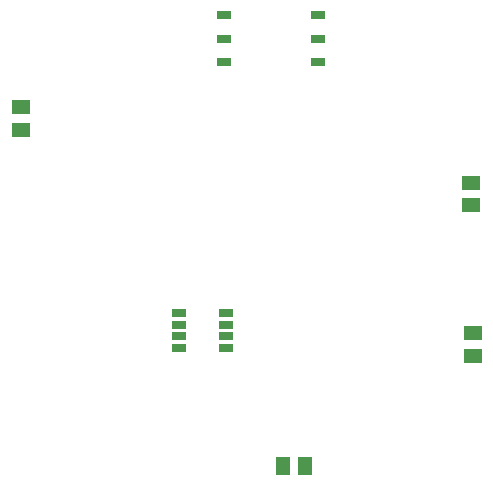
<source format=gbr>
G04 EAGLE Gerber RS-274X export*
G75*
%MOMM*%
%FSLAX34Y34*%
%LPD*%
%INSolderpaste Bottom*%
%IPPOS*%
%AMOC8*
5,1,8,0,0,1.08239X$1,22.5*%
G01*
%ADD10R,1.500000X1.300000*%
%ADD11R,1.270000X0.635000*%
%ADD12R,1.300000X1.500000*%


D10*
X393600Y563400D03*
X393600Y544400D03*
X776400Y353100D03*
X776400Y372100D03*
D11*
X567800Y389400D03*
X567800Y379400D03*
X567800Y369400D03*
X567800Y359400D03*
X527800Y359400D03*
X527800Y369400D03*
X527800Y379400D03*
X527800Y389400D03*
X645500Y641500D03*
X645500Y621500D03*
X645500Y601500D03*
X565500Y641500D03*
X565500Y621500D03*
X565500Y601500D03*
D12*
X634500Y260000D03*
X615500Y260000D03*
D10*
X775000Y480500D03*
X775000Y499500D03*
M02*

</source>
